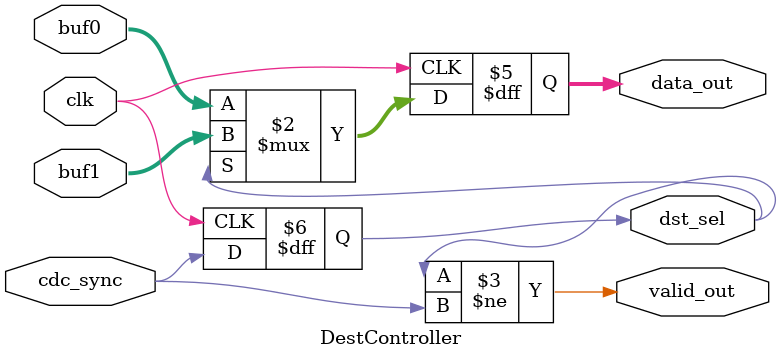
<source format=sv>
module PingPongBridge #(
    parameter DATA_W = 64
)(
    input src_clk, dst_clk, 
    input [DATA_W-1:0] data_in,
    input valid_in,
    output [DATA_W-1:0] data_out,
    output valid_out
);
    // 内部连线
    wire [DATA_W-1:0] buf0, buf1;
    wire src_sel, dst_sel;
    wire cdc_sync;
    
    // 源时钟域写入控制器
    SourceController #(
        .DATA_W(DATA_W)
    ) src_ctrl (
        .clk(src_clk),
        .data_in(data_in),
        .valid_in(valid_in),
        .buf0(buf0),
        .buf1(buf1),
        .src_sel(src_sel)
    );
    
    // 时钟域同步器
    SyncController sync_ctrl (
        .src_sel(src_sel),
        .dst_clk(dst_clk),
        .cdc_sync(cdc_sync)
    );
    
    // 目标时钟域读取控制器
    DestController #(
        .DATA_W(DATA_W)
    ) dst_ctrl (
        .clk(dst_clk),
        .buf0(buf0),
        .buf1(buf1),
        .cdc_sync(cdc_sync),
        .data_out(data_out),
        .valid_out(valid_out),
        .dst_sel(dst_sel)
    );
endmodule

module SourceController #(
    parameter DATA_W = 64
)(
    input clk,
    input [DATA_W-1:0] data_in,
    input valid_in,
    output reg [DATA_W-1:0] buf0, buf1,
    output reg src_sel
);
    // 初始化寄存器
    initial begin
        buf0 = 0;
        buf1 = 0;
        src_sel = 0;
    end

    // 双缓冲写入逻辑
    always @(posedge clk) begin
        if (valid_in) begin
            if (!src_sel) buf0 <= data_in;
            else buf1 <= data_in;
            src_sel <= ~src_sel;
        end
    end
endmodule

module SyncController (
    input src_sel,
    input dst_clk,
    output cdc_sync
);
    // 2-FF同步器
    reg sync_ff1, sync_ff2;
    
    // 初始化寄存器
    initial begin
        sync_ff1 = 0;
        sync_ff2 = 0;
    end
    
    always @(posedge dst_clk) begin
        sync_ff1 <= src_sel;
        sync_ff2 <= sync_ff1;
    end
    
    assign cdc_sync = sync_ff2;
endmodule

module DestController #(
    parameter DATA_W = 64
)(
    input clk,
    input [DATA_W-1:0] buf0, buf1,
    input cdc_sync,
    output reg [DATA_W-1:0] data_out,
    output valid_out,
    output reg dst_sel
);
    // 初始化寄存器
    initial begin
        dst_sel = 0;
        data_out = 0;
    end
    
    // 目标时钟域读取逻辑
    always @(posedge clk) begin
        dst_sel <= cdc_sync;
        data_out <= dst_sel ? buf1 : buf0;
    end
    
    // 有效信号生成
    assign valid_out = (dst_sel != cdc_sync);
endmodule
</source>
